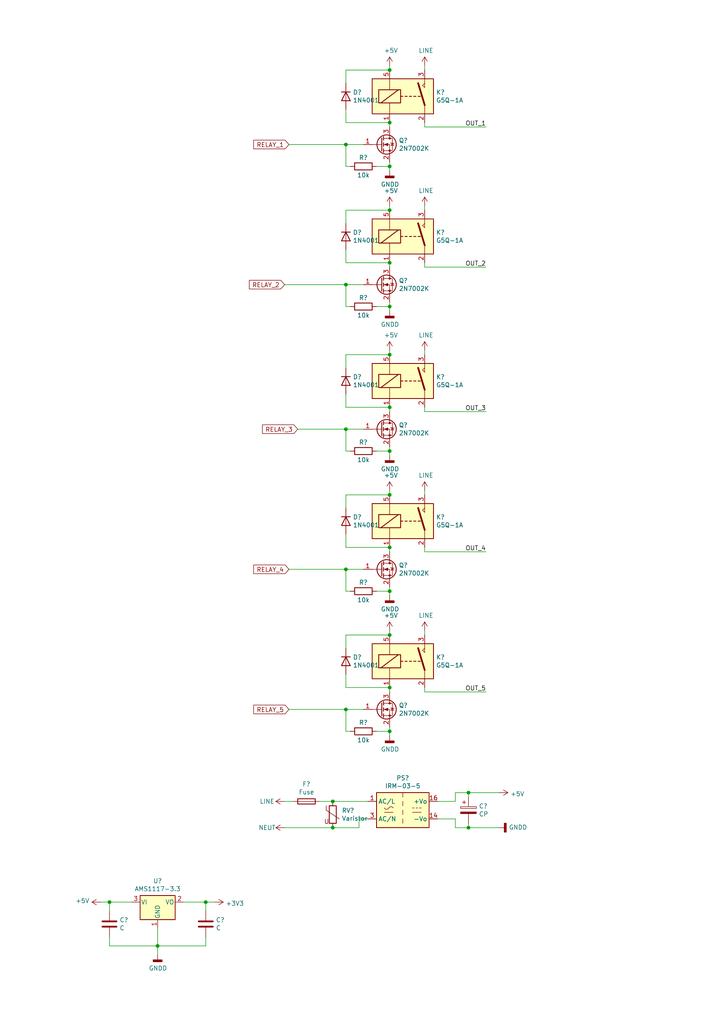
<source format=kicad_sch>
(kicad_sch (version 20211123) (generator eeschema)
  (paper "A4" portrait)
  (lib_symbols
    (symbol "Converter_ACDC:IRM-03-5"
      (property "Reference" "PS" (at 0 6.35 0))
      (property "Value" "IRM-03-5" (at 0 -6.35 0))
      (symbol "IRM-03-5_0_1"
        (rectangle (start -7.62 5.08) (end 7.62 -5.08) (stroke (width 0.254)) (fill (type background)))
        (arc (start -5.334 0.635) (mid -4.699 0.2495) (end -4.064 0.635))
        (arc (start -2.794 0.635) (mid -3.429 1.0072) (end -4.064 0.635))
        (polyline (pts (xy -5.334 -0.635) (xy -2.794 -0.635)))
        (polyline (pts (xy 0 -2.54) (xy 0 -3.81)))
        (polyline (pts (xy 0 0) (xy 0 -1.27)))
        (polyline (pts (xy 0 2.54) (xy 0 1.27)))
        (polyline (pts (xy 0 5.08) (xy 0 3.81)))
        (polyline (pts (xy 2.794 -0.635) (xy 5.334 -0.635)))
        (polyline (pts (xy 2.794 0.635) (xy 3.302 0.635)))
        (polyline (pts (xy 3.81 0.635) (xy 4.318 0.635)))
        (polyline (pts (xy 4.826 0.635) (xy 5.334 0.635)))
      )
      (symbol "IRM-03-5_1_1"
        (pin power_in line (at -10.16 2.54 0) (length 2.54) (name "AC/L") (number "1"))
        (pin power_out line (at 10.16 -2.54 180) (length 2.54) (name "-Vo") (number "14"))
        (pin power_out line (at 10.16 2.54 180) (length 2.54) (name "+Vo") (number "16"))
        (pin power_in line (at -10.16 -2.54 0) (length 2.54) (name "AC/N") (number "3"))
        (pin no_connect line (at -7.62 0 0) (length 2.54) hide (name "NC") (number "5"))
      )
    )
    (symbol "Device:C" (pin_numbers hide) (pin_names (offset 0.254))
      (property "Reference" "C" (at 0.635 2.54 0))
      (property "Value" "C" (at 0.635 -2.54 0))
      (symbol "C_0_1"
        (polyline (pts (xy -2.032 -0.762) (xy 2.032 -0.762)) (stroke (width 0.508)))
        (polyline (pts (xy -2.032 0.762) (xy 2.032 0.762)) (stroke (width 0.508)))
      )
      (symbol "C_1_1"
        (pin passive line (at 0 3.81 270) (length 2.794) (name "~") (number "1"))
        (pin passive line (at 0 -3.81 90) (length 2.794) (name "~") (number "2"))
      )
    )
    (symbol "Device:CP" (pin_numbers hide) (pin_names (offset 0.254))
      (property "Reference" "C" (at 0.635 2.54 0))
      (property "Value" "Device_CP" (at 0.635 -2.54 0))
      (symbol "CP_0_1"
        (rectangle (start -2.286 0.508) (end 2.286 1.016))
        (polyline (pts (xy -1.778 2.286) (xy -0.762 2.286)))
        (polyline (pts (xy -1.27 2.794) (xy -1.27 1.778)))
        (rectangle (start 2.286 -0.508) (end -2.286 -1.016) (fill (type outline)))
      )
      (symbol "CP_1_1"
        (pin passive line (at 0 3.81 270) (length 2.794) (name "~") (number "1"))
        (pin passive line (at 0 -3.81 90) (length 2.794) (name "~") (number "2"))
      )
    )
    (symbol "Device:Fuse" (pin_numbers hide) (pin_names (offset 0))
      (property "Reference" "F" (at 2.032 0 90))
      (property "Value" "Fuse" (at -1.905 0 90))
      (symbol "Fuse_0_1"
        (rectangle (start -0.762 -2.54) (end 0.762 2.54) (stroke (width 0.254)))
        (polyline (pts (xy 0 2.54) (xy 0 -2.54)))
      )
      (symbol "Fuse_1_1"
        (pin passive line (at 0 3.81 270) (length 1.27) (name "~") (number "1"))
        (pin passive line (at 0 -3.81 90) (length 1.27) (name "~") (number "2"))
      )
    )
    (symbol "Device:R" (pin_numbers hide) (pin_names (offset 0))
      (property "Reference" "R" (at 2.032 0 90))
      (property "Value" "R" (at 0 0 90))
      (symbol "R_0_1"
        (rectangle (start -1.016 -2.54) (end 1.016 2.54) (stroke (width 0.254)))
      )
      (symbol "R_1_1"
        (pin passive line (at 0 3.81 270) (length 1.27) (name "~") (number "1"))
        (pin passive line (at 0 -3.81 90) (length 1.27) (name "~") (number "2"))
      )
    )
    (symbol "Device:Varistor" (pin_numbers hide) (pin_names (offset 0))
      (property "Reference" "RV" (at 3.175 0 90))
      (property "Value" "Varistor" (at -3.175 0 90))
      (symbol "Varistor_0_0"
        (text "U" (at -1.778 -2.032 0) (effects (font (size 1.27 1.27))))
      )
      (symbol "Varistor_0_1"
        (rectangle (start -1.016 -2.54) (end 1.016 2.54) (stroke (width 0.254)))
        (polyline (pts (xy -1.905 2.54) (xy -1.905 1.27) (xy 1.905 -1.27)))
      )
      (symbol "Varistor_1_1"
        (pin passive line (at 0 3.81 270) (length 1.27) (name "~") (number "1"))
        (pin passive line (at 0 -3.81 90) (length 1.27) (name "~") (number "2"))
      )
    )
    (symbol "Diode:1N4001" (pin_numbers hide) (pin_names (offset 1.016) hide)
      (property "Reference" "D" (at 0 2.54 0))
      (property "Value" "1N4001" (at 0 -2.54 0))
      (symbol "1N4001_0_1"
        (polyline (pts (xy -1.27 1.27) (xy -1.27 -1.27)) (stroke (width 0.254)))
        (polyline (pts (xy 1.27 0) (xy -1.27 0)))
        (polyline (pts (xy 1.27 1.27) (xy 1.27 -1.27) (xy -1.27 0) (xy 1.27 1.27)) (stroke (width 0.254)))
      )
      (symbol "1N4001_1_1"
        (pin passive line (at -3.81 0 0) (length 2.54) (name "K") (number "1"))
        (pin passive line (at 3.81 0 180) (length 2.54) (name "A") (number "2"))
      )
    )
    (symbol "Regulator_Linear:AMS1117-3.3" (pin_names (offset 0.254))
      (property "Reference" "U" (at -3.81 3.175 0))
      (property "Value" "AMS1117-3.3" (at 0 3.175 0))
      (symbol "AMS1117-3.3_0_1"
        (rectangle (start -5.08 -5.08) (end 5.08 1.905) (stroke (width 0.254)) (fill (type background)))
      )
      (symbol "AMS1117-3.3_1_1"
        (pin power_in line (at 0 -7.62 90) (length 2.54) (name "GND") (number "1"))
        (pin power_out line (at 7.62 0 180) (length 2.54) (name "VO") (number "2"))
        (pin power_in line (at -7.62 0 0) (length 2.54) (name "VI") (number "3"))
      )
    )
    (symbol "Relay:G5Q-1A"
      (property "Reference" "K" (at 8.89 3.81 0))
      (property "Value" "G5Q-1A" (at 8.89 1.27 0))
      (symbol "G5Q-1A_0_0"
        (polyline (pts (xy 5.08 5.08) (xy 5.08 2.54) (xy 4.445 3.175) (xy 5.08 3.81)))
      )
      (symbol "G5Q-1A_0_1"
        (rectangle (start -10.16 5.08) (end 7.62 -5.08) (stroke (width 0.254)) (fill (type background)))
        (rectangle (start -8.255 1.905) (end -1.905 -1.905) (stroke (width 0.254)))
        (polyline (pts (xy -7.62 -1.905) (xy -2.54 1.905)) (stroke (width 0.254)))
        (polyline (pts (xy -5.08 -5.08) (xy -5.08 -1.905)))
        (polyline (pts (xy -5.08 5.08) (xy -5.08 1.905)))
        (polyline (pts (xy -1.905 0) (xy -1.27 0)) (stroke (width 0.254)))
        (polyline (pts (xy -0.635 0) (xy 0 0)) (stroke (width 0.254)))
        (polyline (pts (xy 0.635 0) (xy 1.27 0)) (stroke (width 0.254)))
        (polyline (pts (xy 1.905 0) (xy 2.54 0)) (stroke (width 0.254)))
        (polyline (pts (xy 3.175 0) (xy 3.81 0)) (stroke (width 0.254)))
        (polyline (pts (xy 5.08 -2.54) (xy 3.175 3.81)) (stroke (width 0.508)))
        (polyline (pts (xy 5.08 -2.54) (xy 5.08 -5.08)))
      )
      (symbol "G5Q-1A_1_1"
        (pin passive line (at -5.08 -7.62 90) (length 2.54) (name "~") (number "1"))
        (pin passive line (at 5.08 -7.62 90) (length 2.54) (name "~") (number "2"))
        (pin passive line (at 5.08 7.62 270) (length 2.54) (name "~") (number "3"))
        (pin passive line (at -5.08 7.62 270) (length 2.54) (name "~") (number "5"))
      )
    )
    (symbol "Transistor_FET:2N7002K" (pin_names hide)
      (property "Reference" "Q" (at 5.08 1.905 0))
      (property "Value" "2N7002K" (at 5.08 0 0))
      (symbol "2N7002K_0_1"
        (polyline (pts (xy 0.254 0) (xy -2.54 0)))
        (polyline (pts (xy 0.254 1.905) (xy 0.254 -1.905)) (stroke (width 0.254)))
        (polyline (pts (xy 0.762 -1.27) (xy 0.762 -2.286)) (stroke (width 0.254)))
        (polyline (pts (xy 0.762 0.508) (xy 0.762 -0.508)) (stroke (width 0.254)))
        (polyline (pts (xy 0.762 2.286) (xy 0.762 1.27)) (stroke (width 0.254)))
        (polyline (pts (xy 2.54 2.54) (xy 2.54 1.778)))
        (polyline (pts (xy 2.54 -2.54) (xy 2.54 0) (xy 0.762 0)))
        (polyline (pts (xy 0.762 -1.778) (xy 3.302 -1.778) (xy 3.302 1.778) (xy 0.762 1.778)))
        (polyline (pts (xy 1.016 0) (xy 2.032 0.381) (xy 2.032 -0.381) (xy 1.016 0)) (fill (type outline)))
        (polyline (pts (xy 2.794 0.508) (xy 2.921 0.381) (xy 3.683 0.381) (xy 3.81 0.254)))
        (polyline (pts (xy 3.302 0.381) (xy 2.921 -0.254) (xy 3.683 -0.254) (xy 3.302 0.381)))
        (circle (center 1.651 0) (radius 2.794) (stroke (width 0.254)))
        (circle (center 2.54 -1.778) (radius 0.254) (fill (type outline)))
        (circle (center 2.54 1.778) (radius 0.254) (fill (type outline)))
      )
      (symbol "2N7002K_1_1"
        (pin input line (at -5.08 0 0) (length 2.54) (name "G") (number "1"))
        (pin passive line (at 2.54 -5.08 90) (length 2.54) (name "S") (number "2"))
        (pin passive line (at 2.54 5.08 270) (length 2.54) (name "D") (number "3"))
      )
    )
    (symbol "power:+3.3V" (power) (pin_names (offset 0))
      (property "Value" "+3.3V" (at 0 3.556 0))
      (symbol "+3.3V_0_1"
        (polyline (pts (xy -0.762 1.27) (xy 0 2.54)))
        (polyline (pts (xy 0 0) (xy 0 2.54)))
        (polyline (pts (xy 0 2.54) (xy 0.762 1.27)))
      )
      (symbol "+3.3V_1_1"
        (pin power_in line (at 0 0 90) (length 0) hide (name "+3V3") (number "1"))
      )
    )
    (symbol "power:+5V" (power) (pin_names (offset 0))
      (property "Value" "+5V" (at 0 3.556 0))
      (symbol "+5V_0_1"
        (polyline (pts (xy -0.762 1.27) (xy 0 2.54)))
        (polyline (pts (xy 0 0) (xy 0 2.54)))
        (polyline (pts (xy 0 2.54) (xy 0.762 1.27)))
      )
      (symbol "+5V_1_1"
        (pin power_in line (at 0 0 90) (length 0) hide (name "+5V") (number "1"))
      )
    )
    (symbol "power:GNDD" (power) (pin_names (offset 0))
      (property "Value" "GNDD" (at 0 -3.175 0))
      (symbol "GNDD_0_1"
        (rectangle (start -1.27 -1.524) (end 1.27 -2.032) (stroke (width 0.254)) (fill (type outline)))
        (polyline (pts (xy 0 0) (xy 0 -1.524)))
      )
      (symbol "GNDD_1_1"
        (pin power_in line (at 0 0 270) (length 0) hide (name "GNDD") (number "1"))
      )
    )
    (symbol "power:LINE" (power) (pin_names (offset 0))
      (property "Value" "LINE" (at 0 3.81 0))
      (symbol "LINE_0_1"
        (polyline (pts (xy -0.762 1.27) (xy 0 2.54)))
        (polyline (pts (xy 0 0) (xy 0 2.54)))
        (polyline (pts (xy 0 2.54) (xy 0.762 1.27)))
      )
      (symbol "LINE_1_1"
        (pin power_in line (at 0 0 90) (length 0) hide (name "LINE") (number "1"))
      )
    )
    (symbol "power:NEUT" (power) (pin_names (offset 0))
      (property "Value" "NEUT" (at 0 3.81 0))
      (symbol "NEUT_0_1"
        (polyline (pts (xy -0.762 1.27) (xy 0 2.54)))
        (polyline (pts (xy 0 0) (xy 0 2.54)))
        (polyline (pts (xy 0 2.54) (xy 0.762 1.27)))
      )
      (symbol "NEUT_1_1"
        (pin power_in line (at 0 0 90) (length 0) hide (name "NEUT") (number "1"))
      )
    )
  )
  (junction (at 113.03 48.26))
  (junction (at 100.33 205.74))
  (junction (at 45.72 274.32))
  (junction (at 113.03 199.39))
  (junction (at 113.03 143.51))
  (junction (at 113.03 118.11))
  (junction (at 113.03 35.56))
  (junction (at 100.33 41.91))
  (junction (at 135.89 229.87))
  (junction (at 113.03 158.75))
  (junction (at 59.69 261.62))
  (junction (at 113.03 184.15))
  (junction (at 113.03 88.9))
  (junction (at 113.03 130.81))
  (junction (at 31.75 261.62))
  (junction (at 113.03 60.96))
  (junction (at 96.52 240.03))
  (junction (at 100.33 124.46))
  (junction (at 96.52 232.41))
  (junction (at 113.03 171.45))
  (junction (at 113.03 76.2))
  (junction (at 113.03 212.09))
  (junction (at 113.03 102.87))
  (junction (at 113.03 20.32))
  (junction (at 100.33 165.1))
  (junction (at 135.89 240.03))
  (junction (at 100.33 82.55))
  (wire (pts (xy 101.6 171.45) (xy 100.33 171.45)))
  (wire (pts (xy 123.19 160.02) (xy 140.97 160.02)))
  (wire (pts (xy 113.03 59.69) (xy 113.03 60.96)))
  (wire (pts (xy 53.34 261.62) (xy 59.69 261.62)))
  (wire (pts (xy 100.33 41.91) (xy 83.82 41.91)))
  (wire (pts (xy 31.75 264.16) (xy 31.75 261.62)))
  (wire (pts (xy 132.08 240.03) (xy 135.89 240.03)))
  (wire (pts (xy 135.89 229.87) (xy 144.78 229.87)))
  (wire (pts (xy 82.55 232.41) (xy 85.09 232.41)))
  (wire (pts (xy 92.71 232.41) (xy 96.52 232.41)))
  (wire (pts (xy 100.33 60.96) (xy 113.03 60.96)))
  (wire (pts (xy 109.22 48.26) (xy 113.03 48.26)))
  (wire (pts (xy 109.22 212.09) (xy 113.03 212.09)))
  (wire (pts (xy 100.33 118.11) (xy 113.03 118.11)))
  (wire (pts (xy 100.33 82.55) (xy 82.55 82.55)))
  (wire (pts (xy 100.33 154.94) (xy 100.33 158.75)))
  (wire (pts (xy 113.03 171.45) (xy 113.03 172.72)))
  (wire (pts (xy 59.69 271.78) (xy 59.69 274.32)))
  (wire (pts (xy 123.19 20.32) (xy 123.19 19.05)))
  (wire (pts (xy 109.22 171.45) (xy 113.03 171.45)))
  (wire (pts (xy 100.33 143.51) (xy 100.33 147.32)))
  (wire (pts (xy 101.6 130.81) (xy 100.33 130.81)))
  (wire (pts (xy 101.6 212.09) (xy 100.33 212.09)))
  (wire (pts (xy 100.33 102.87) (xy 113.03 102.87)))
  (wire (pts (xy 113.03 88.9) (xy 113.03 87.63)))
  (wire (pts (xy 123.19 76.2) (xy 123.19 77.47)))
  (wire (pts (xy 45.72 276.86) (xy 45.72 274.32)))
  (wire (pts (xy 100.33 171.45) (xy 100.33 165.1)))
  (wire (pts (xy 123.19 35.56) (xy 123.19 36.83)))
  (wire (pts (xy 123.19 184.15) (xy 123.19 182.88)))
  (wire (pts (xy 113.03 49.53) (xy 113.03 48.26)))
  (wire (pts (xy 31.75 274.32) (xy 31.75 271.78)))
  (wire (pts (xy 104.14 237.49) (xy 106.68 237.49)))
  (wire (pts (xy 100.33 41.91) (xy 105.41 41.91)))
  (wire (pts (xy 59.69 261.62) (xy 59.69 264.16)))
  (wire (pts (xy 123.19 200.66) (xy 140.97 200.66)))
  (wire (pts (xy 113.03 35.56) (xy 113.03 36.83)))
  (wire (pts (xy 113.03 102.87) (xy 113.03 101.6)))
  (wire (pts (xy 100.33 199.39) (xy 113.03 199.39)))
  (wire (pts (xy 100.33 76.2) (xy 113.03 76.2)))
  (wire (pts (xy 123.19 102.87) (xy 123.19 101.6)))
  (wire (pts (xy 127 232.41) (xy 132.08 232.41)))
  (wire (pts (xy 113.03 130.81) (xy 113.03 129.54)))
  (wire (pts (xy 100.33 106.68) (xy 100.33 102.87)))
  (wire (pts (xy 100.33 205.74) (xy 105.41 205.74)))
  (wire (pts (xy 135.89 240.03) (xy 135.89 238.76)))
  (wire (pts (xy 123.19 77.47) (xy 140.97 77.47)))
  (wire (pts (xy 59.69 274.32) (xy 45.72 274.32)))
  (wire (pts (xy 100.33 143.51) (xy 113.03 143.51)))
  (wire (pts (xy 109.22 130.81) (xy 113.03 130.81)))
  (wire (pts (xy 113.03 184.15) (xy 113.03 182.88)))
  (wire (pts (xy 100.33 124.46) (xy 105.41 124.46)))
  (wire (pts (xy 123.19 36.83) (xy 140.97 36.83)))
  (wire (pts (xy 100.33 205.74) (xy 83.82 205.74)))
  (wire (pts (xy 100.33 72.39) (xy 100.33 76.2)))
  (wire (pts (xy 100.33 82.55) (xy 105.41 82.55)))
  (wire (pts (xy 113.03 48.26) (xy 113.03 46.99)))
  (wire (pts (xy 132.08 232.41) (xy 132.08 229.87)))
  (wire (pts (xy 113.03 77.47) (xy 113.03 76.2)))
  (wire (pts (xy 113.03 213.36) (xy 113.03 212.09)))
  (wire (pts (xy 113.03 119.38) (xy 113.03 118.11)))
  (wire (pts (xy 113.03 19.05) (xy 113.03 20.32)))
  (wire (pts (xy 123.19 118.11) (xy 123.19 119.38)))
  (wire (pts (xy 113.03 160.02) (xy 113.03 158.75)))
  (wire (pts (xy 45.72 274.32) (xy 31.75 274.32)))
  (wire (pts (xy 132.08 229.87) (xy 135.89 229.87)))
  (wire (pts (xy 113.03 212.09) (xy 113.03 210.82)))
  (wire (pts (xy 123.19 60.96) (xy 123.19 59.69)))
  (wire (pts (xy 100.33 88.9) (xy 100.33 82.55)))
  (wire (pts (xy 113.03 143.51) (xy 113.03 142.24)))
  (wire (pts (xy 100.33 187.96) (xy 100.33 184.15)))
  (wire (pts (xy 100.33 165.1) (xy 83.82 165.1)))
  (wire (pts (xy 100.33 20.32) (xy 113.03 20.32)))
  (wire (pts (xy 106.68 232.41) (xy 96.52 232.41)))
  (wire (pts (xy 113.03 132.08) (xy 113.03 130.81)))
  (wire (pts (xy 135.89 229.87) (xy 135.89 231.14)))
  (wire (pts (xy 132.08 237.49) (xy 132.08 240.03)))
  (wire (pts (xy 29.21 261.62) (xy 31.75 261.62)))
  (wire (pts (xy 123.19 199.39) (xy 123.19 200.66)))
  (wire (pts (xy 100.33 195.58) (xy 100.33 199.39)))
  (wire (pts (xy 100.33 124.46) (xy 86.36 124.46)))
  (wire (pts (xy 109.22 88.9) (xy 113.03 88.9)))
  (wire (pts (xy 82.55 240.03) (xy 96.52 240.03)))
  (wire (pts (xy 100.33 212.09) (xy 100.33 205.74)))
  (wire (pts (xy 104.14 240.03) (xy 104.14 237.49)))
  (wire (pts (xy 100.33 158.75) (xy 113.03 158.75)))
  (wire (pts (xy 100.33 130.81) (xy 100.33 124.46)))
  (wire (pts (xy 113.03 90.17) (xy 113.03 88.9)))
  (wire (pts (xy 123.19 143.51) (xy 123.19 142.24)))
  (wire (pts (xy 135.89 240.03) (xy 144.78 240.03)))
  (wire (pts (xy 62.23 261.62) (xy 59.69 261.62)))
  (wire (pts (xy 101.6 48.26) (xy 100.33 48.26)))
  (wire (pts (xy 31.75 261.62) (xy 38.1 261.62)))
  (wire (pts (xy 123.19 119.38) (xy 140.97 119.38)))
  (wire (pts (xy 100.33 35.56) (xy 113.03 35.56)))
  (wire (pts (xy 45.72 269.24) (xy 45.72 274.32)))
  (wire (pts (xy 100.33 165.1) (xy 105.41 165.1)))
  (wire (pts (xy 100.33 64.77) (xy 100.33 60.96)))
  (wire (pts (xy 100.33 31.75) (xy 100.33 35.56)))
  (wire (pts (xy 113.03 170.18) (xy 113.03 171.45)))
  (wire (pts (xy 100.33 114.3) (xy 100.33 118.11)))
  (wire (pts (xy 96.52 240.03) (xy 104.14 240.03)))
  (wire (pts (xy 113.03 200.66) (xy 113.03 199.39)))
  (wire (pts (xy 100.33 184.15) (xy 113.03 184.15)))
  (wire (pts (xy 100.33 24.13) (xy 100.33 20.32)))
  (wire (pts (xy 100.33 48.26) (xy 100.33 41.91)))
  (wire (pts (xy 101.6 88.9) (xy 100.33 88.9)))
  (wire (pts (xy 123.19 158.75) (xy 123.19 160.02)))
  (wire (pts (xy 127 237.49) (xy 132.08 237.49)))
  (label "OUT_5" (at 140.97 200.66 180))
  (label "OUT_3" (at 140.97 119.38 180))
  (label "OUT_4" (at 140.97 160.02 180))
  (label "OUT_2" (at 140.97 77.47 180))
  (label "OUT_1" (at 140.97 36.83 180))
  (global_label "RELAY_2" (shape input) (at 82.55 82.55 180) (property "Intersheet References" "${INTERSHEET_REFS}" (effects hide)))
  (global_label "RELAY_4" (shape input) (at 83.82 165.1 180) (property "Intersheet References" "${INTERSHEET_REFS}" (effects hide)))
  (global_label "RELAY_3" (shape input) (at 86.36 124.46 180) (property "Intersheet References" "${INTERSHEET_REFS}" (effects hide)))
  (global_label "RELAY_5" (shape input) (at 83.82 205.74 180) (property "Intersheet References" "${INTERSHEET_REFS}" (effects hide)))
  (global_label "RELAY_1" (shape input) (at 83.82 41.91 180) (property "Intersheet References" "${INTERSHEET_REFS}" (effects hide)))
  (symbol (lib_id "Relay:G5Q-1A") (at 118.11 110.49 0) (unit 1)
    (property "Reference" "K?" (at 126.492 109.3216 0) (effects (justify left)))
    (property "Value" "G5Q-1A" (at 126.492 111.633 0) (effects (justify left)))
    (property "Footprint" "Relay_THT:Relay_SPST_Omron-G5Q-1A" (effects hide))
    (property "Datasheet" "https://www.omron.com/ecb/products/pdf/en-g5q.pdf" (effects hide))
  )
  (symbol (lib_id "Relay:G5Q-1A") (at 118.11 151.13 0) (unit 1)
    (property "Reference" "K?" (at 126.492 149.9616 0) (effects (justify left)))
    (property "Value" "G5Q-1A" (at 126.492 152.273 0) (effects (justify left)))
    (property "Footprint" "Relay_THT:Relay_SPST_Omron-G5Q-1A" (effects hide))
    (property "Datasheet" "https://www.omron.com/ecb/products/pdf/en-g5q.pdf" (effects hide))
  )
  (symbol (lib_id "Relay:G5Q-1A") (at 118.11 191.77 0) (unit 1)
    (property "Reference" "K?" (at 126.492 190.6016 0) (effects (justify left)))
    (property "Value" "G5Q-1A" (at 126.492 192.913 0) (effects (justify left)))
    (property "Footprint" "Relay_THT:Relay_SPST_Omron-G5Q-1A" (effects hide))
    (property "Datasheet" "https://www.omron.com/ecb/products/pdf/en-g5q.pdf" (effects hide))
  )
  (symbol (lib_id "Relay:G5Q-1A") (at 118.11 27.94 0) (unit 1)
    (property "Reference" "K?" (at 126.492 26.7716 0) (effects (justify left)))
    (property "Value" "G5Q-1A" (at 126.492 29.083 0) (effects (justify left)))
    (property "Footprint" "Relay_THT:Relay_SPST_Omron-G5Q-1A" (effects hide))
    (property "Datasheet" "https://www.omron.com/ecb/products/pdf/en-g5q.pdf" (effects hide))
  )
  (symbol (lib_id "Relay:G5Q-1A") (at 118.11 68.58 0) (unit 1)
    (property "Reference" "K?" (at 126.492 67.4116 0) (effects (justify left)))
    (property "Value" "G5Q-1A" (at 126.492 69.723 0) (effects (justify left)))
    (property "Footprint" "Relay_THT:Relay_SPST_Omron-G5Q-1A" (effects hide))
    (property "Datasheet" "https://www.omron.com/ecb/products/pdf/en-g5q.pdf" (effects hide))
  )
  (symbol (lib_id "Transistor_FET:2N7002K") (at 110.49 124.46 0) (unit 1)
    (property "Reference" "Q?" (at 115.6716 123.2916 0) (effects (justify left)))
    (property "Value" "2N7002K" (at 115.6716 125.603 0) (effects (justify left)))
    (property "Footprint" "Package_TO_SOT_SMD:SOT-23" (effects hide))
    (property "Datasheet" "https://www.diodes.com/assets/Datasheets/ds30896.pdf" (effects hide))
  )
  (symbol (lib_id "Transistor_FET:2N7002K") (at 110.49 165.1 0) (unit 1)
    (property "Reference" "Q?" (at 115.6716 163.9316 0) (effects (justify left)))
    (property "Value" "2N7002K" (at 115.6716 166.243 0) (effects (justify left)))
    (property "Footprint" "Package_TO_SOT_SMD:SOT-23" (effects hide))
    (property "Datasheet" "https://www.diodes.com/assets/Datasheets/ds30896.pdf" (effects hide))
  )
  (symbol (lib_id "Transistor_FET:2N7002K") (at 110.49 205.74 0) (unit 1)
    (property "Reference" "Q?" (at 115.6716 204.5716 0) (effects (justify left)))
    (property "Value" "2N7002K" (at 115.6716 206.883 0) (effects (justify left)))
    (property "Footprint" "Package_TO_SOT_SMD:SOT-23" (effects hide))
    (property "Datasheet" "https://www.diodes.com/assets/Datasheets/ds30896.pdf" (effects hide))
  )
  (symbol (lib_id "Transistor_FET:2N7002K") (at 110.49 41.91 0) (unit 1)
    (property "Reference" "Q?" (at 115.6716 40.7416 0) (effects (justify left)))
    (property "Value" "2N7002K" (at 115.6716 43.053 0) (effects (justify left)))
    (property "Footprint" "Package_TO_SOT_SMD:SOT-23" (effects hide))
    (property "Datasheet" "https://www.diodes.com/assets/Datasheets/ds30896.pdf" (effects hide))
  )
  (symbol (lib_id "Transistor_FET:2N7002K") (at 110.49 82.55 0) (unit 1)
    (property "Reference" "Q?" (at 115.6716 81.3816 0) (effects (justify left)))
    (property "Value" "2N7002K" (at 115.6716 83.693 0) (effects (justify left)))
    (property "Footprint" "Package_TO_SOT_SMD:SOT-23" (effects hide))
    (property "Datasheet" "https://www.diodes.com/assets/Datasheets/ds30896.pdf" (effects hide))
  )
  (symbol (lib_id "Device:R") (at 105.41 48.26 270) (unit 1)
    (property "Reference" "R?" (at 105.41 45.72 90))
    (property "Value" "10k" (at 105.41 50.8 90))
    (property "Footprint" "Resistor_SMD:R_0603_1608Metric" (effects hide))
  )
  (symbol (lib_id "power:GNDD") (at 113.03 90.17 0) (unit 1)
    (property "Reference" "#PWR?" (effects hide))
    (property "Value" "GNDD" (at 113.1316 94.107 0))
  )
  (symbol (lib_id "power:GNDD") (at 113.03 49.53 0) (unit 1)
    (property "Reference" "#PWR?" (effects hide))
    (property "Value" "GNDD" (at 113.1316 53.467 0))
  )
  (symbol (lib_id "power:GNDD") (at 113.03 213.36 0) (unit 1)
    (property "Reference" "#PWR?" (effects hide))
    (property "Value" "GNDD" (at 113.1316 217.297 0))
  )
  (symbol (lib_id "power:GNDD") (at 113.03 172.72 0) (unit 1)
    (property "Reference" "#PWR?" (effects hide))
    (property "Value" "GNDD" (at 113.1316 176.657 0))
  )
  (symbol (lib_id "power:GNDD") (at 113.03 132.08 0) (unit 1)
    (property "Reference" "#PWR?" (effects hide))
    (property "Value" "GNDD" (at 113.1316 136.017 0))
  )
  (symbol (lib_id "power:+5V") (at 113.03 101.6 0) (unit 1)
    (property "Reference" "#PWR?" (effects hide))
    (property "Value" "+5V" (at 113.411 97.2058 0))
  )
  (symbol (lib_id "power:+5V") (at 113.03 142.24 0) (unit 1)
    (property "Reference" "#PWR?" (effects hide))
    (property "Value" "+5V" (at 113.411 137.8458 0))
  )
  (symbol (lib_id "power:+5V") (at 113.03 182.88 0) (unit 1)
    (property "Reference" "#PWR?" (effects hide))
    (property "Value" "+5V" (at 113.411 178.4858 0))
  )
  (symbol (lib_id "power:+5V") (at 113.03 59.69 0) (unit 1)
    (property "Reference" "#PWR?" (effects hide))
    (property "Value" "+5V" (at 113.411 55.2958 0))
  )
  (symbol (lib_id "power:+5V") (at 113.03 19.05 0) (unit 1)
    (property "Reference" "#PWR?" (effects hide))
    (property "Value" "+5V" (at 113.411 14.6558 0))
  )
  (symbol (lib_id "power:LINE") (at 123.19 19.05 0) (unit 1)
    (property "Reference" "#PWR?" (effects hide))
    (property "Value" "LINE" (at 123.571 14.6558 0))
  )
  (symbol (lib_id "power:LINE") (at 123.19 101.6 0) (unit 1)
    (property "Reference" "#PWR?" (effects hide))
    (property "Value" "LINE" (at 123.571 97.2058 0))
  )
  (symbol (lib_id "power:LINE") (at 123.19 59.69 0) (unit 1)
    (property "Reference" "#PWR?" (effects hide))
    (property "Value" "LINE" (at 123.571 55.2958 0))
  )
  (symbol (lib_id "power:LINE") (at 123.19 142.24 0) (unit 1)
    (property "Reference" "#PWR?" (effects hide))
    (property "Value" "LINE" (at 123.571 137.8458 0))
  )
  (symbol (lib_id "power:LINE") (at 123.19 182.88 0) (unit 1)
    (property "Reference" "#PWR?" (effects hide))
    (property "Value" "LINE" (at 123.571 178.4858 0))
  )
  (symbol (lib_id "Converter_ACDC:IRM-03-5") (at 116.84 234.95 0) (unit 1)
    (property "Reference" "PS?" (at 116.84 225.6282 0))
    (property "Value" "IRM-03-5" (at 116.84 227.9396 0))
    (property "Footprint" "Converter_ACDC:Converter_ACDC_MeanWell_IRM-03-xx_THT" (effects hide))
    (property "Datasheet" "https://www.meanwell.com/Upload/PDF/IRM-03/IRM-03-SPEC.PDF" (effects hide))
  )
  (symbol (lib_id "Device:CP") (at 135.89 234.95 0) (unit 1)
    (property "Reference" "C?" (at 138.8872 233.7816 0) (effects (justify left)))
    (property "Value" "CP" (at 138.8872 236.093 0) (effects (justify left)))
  )
  (symbol (lib_id "power:GNDD") (at 144.78 240.03 90) (unit 1)
    (property "Reference" "#PWR?" (effects hide))
    (property "Value" "GNDD" (at 147.574 239.9284 90) (effects (justify right)))
  )
  (symbol (lib_id "power:+5V") (at 144.78 229.87 270) (unit 1)
    (property "Reference" "#PWR?" (effects hide))
    (property "Value" "+5V" (at 148.0312 230.251 90) (effects (justify left)))
  )
  (symbol (lib_id "power:LINE") (at 82.55 232.41 90) (unit 1)
    (property "Reference" "#PWR?" (effects hide))
    (property "Value" "LINE" (at 77.47 232.41 90))
  )
  (symbol (lib_id "power:NEUT") (at 82.55 240.03 90) (unit 1)
    (property "Reference" "#PWR?" (effects hide))
    (property "Value" "NEUT" (at 77.47 240.03 90))
  )
  (symbol (lib_id "Device:R") (at 105.41 88.9 270) (unit 1)
    (property "Reference" "R?" (at 105.41 86.36 90))
    (property "Value" "10k" (at 105.41 91.44 90))
    (property "Footprint" "Resistor_SMD:R_0603_1608Metric" (effects hide))
  )
  (symbol (lib_id "Device:R") (at 105.41 130.81 270) (unit 1)
    (property "Reference" "R?" (at 105.41 128.27 90))
    (property "Value" "10k" (at 105.41 133.35 90))
    (property "Footprint" "Resistor_SMD:R_0603_1608Metric" (effects hide))
  )
  (symbol (lib_id "Device:R") (at 105.41 171.45 270) (unit 1)
    (property "Reference" "R?" (at 105.41 168.91 90))
    (property "Value" "10k" (at 105.41 173.99 90))
    (property "Footprint" "Resistor_SMD:R_0603_1608Metric" (effects hide))
  )
  (symbol (lib_id "Device:R") (at 105.41 212.09 270) (unit 1)
    (property "Reference" "R?" (at 105.41 209.55 90))
    (property "Value" "10k" (at 105.41 214.63 90))
    (property "Footprint" "Resistor_SMD:R_0603_1608Metric" (effects hide))
  )
  (symbol (lib_id "Regulator_Linear:AMS1117-3.3") (at 45.72 261.62 0) (unit 1)
    (property "Reference" "U?" (at 45.72 255.4732 0))
    (property "Value" "AMS1117-3.3" (at 45.72 257.7846 0))
    (property "Footprint" "Package_TO_SOT_SMD:SOT-223-3_TabPin2" (effects hide))
    (property "Datasheet" "http://www.advanced-monolithic.com/pdf/ds1117.pdf" (effects hide))
  )
  (symbol (lib_id "Device:C") (at 31.75 267.97 0) (unit 1)
    (property "Reference" "C?" (at 34.671 266.8016 0) (effects (justify left)))
    (property "Value" "C" (at 34.671 269.113 0) (effects (justify left)))
  )
  (symbol (lib_id "Device:C") (at 59.69 267.97 0) (unit 1)
    (property "Reference" "C?" (at 62.611 266.8016 0) (effects (justify left)))
    (property "Value" "C" (at 62.611 269.113 0) (effects (justify left)))
  )
  (symbol (lib_id "power:+5V") (at 29.21 261.62 90) (unit 1)
    (property "Reference" "#PWR?" (effects hide))
    (property "Value" "+5V" (at 25.9588 261.239 90) (effects (justify left)))
  )
  (symbol (lib_id "power:+3.3V") (at 62.23 261.62 270) (unit 1)
    (property "Reference" "#PWR?" (effects hide))
    (property "Value" "+3.3V" (at 65.4812 262.001 90) (effects (justify left)))
  )
  (symbol (lib_id "power:GNDD") (at 45.72 276.86 0) (unit 1)
    (property "Reference" "#PWR?" (effects hide))
    (property "Value" "GNDD" (at 45.8216 280.797 0))
  )
  (symbol (lib_id "Diode:1N4001") (at 100.33 27.94 270) (unit 1)
    (property "Reference" "D?" (at 102.362 26.7716 90) (effects (justify left)))
    (property "Value" "1N4001" (at 102.362 29.083 90) (effects (justify left)))
    (property "Footprint" "Diode_THT:D_DO-41_SOD81_P10.16mm_Horizontal" (effects hide))
    (property "Datasheet" "http://www.vishay.com/docs/88503/1n4001.pdf" (effects hide))
  )
  (symbol (lib_id "Diode:1N4001") (at 100.33 68.58 270) (unit 1)
    (property "Reference" "D?" (at 102.362 67.4116 90) (effects (justify left)))
    (property "Value" "1N4001" (at 102.362 69.723 90) (effects (justify left)))
    (property "Footprint" "Diode_THT:D_DO-41_SOD81_P10.16mm_Horizontal" (effects hide))
    (property "Datasheet" "http://www.vishay.com/docs/88503/1n4001.pdf" (effects hide))
  )
  (symbol (lib_id "Diode:1N4001") (at 100.33 191.77 270) (unit 1)
    (property "Reference" "D?" (at 102.362 190.6016 90) (effects (justify left)))
    (property "Value" "1N4001" (at 102.362 192.913 90) (effects (justify left)))
    (property "Footprint" "Diode_THT:D_DO-41_SOD81_P10.16mm_Horizontal" (effects hide))
    (property "Datasheet" "http://www.vishay.com/docs/88503/1n4001.pdf" (effects hide))
  )
  (symbol (lib_id "Diode:1N4001") (at 100.33 151.13 270) (unit 1)
    (property "Reference" "D?" (at 102.362 149.9616 90) (effects (justify left)))
    (property "Value" "1N4001" (at 102.362 152.273 90) (effects (justify left)))
    (property "Footprint" "Diode_THT:D_DO-41_SOD81_P10.16mm_Horizontal" (effects hide))
    (property "Datasheet" "http://www.vishay.com/docs/88503/1n4001.pdf" (effects hide))
  )
  (symbol (lib_id "Diode:1N4001") (at 100.33 110.49 270) (unit 1)
    (property "Reference" "D?" (at 102.362 109.3216 90) (effects (justify left)))
    (property "Value" "1N4001" (at 102.362 111.633 90) (effects (justify left)))
    (property "Footprint" "Diode_THT:D_DO-41_SOD81_P10.16mm_Horizontal" (effects hide))
    (property "Datasheet" "http://www.vishay.com/docs/88503/1n4001.pdf" (effects hide))
  )
  (symbol (lib_id "Device:Fuse") (at 88.9 232.41 270) (unit 1)
    (property "Reference" "F?" (at 88.9 227.4062 90))
    (property "Value" "Fuse" (at 88.9 229.7176 90))
  )
  (symbol (lib_id "Device:Varistor") (at 96.52 236.22 0) (unit 1)
    (property "Reference" "RV?" (at 99.1362 235.0516 0) (effects (justify left)))
    (property "Value" "Varistor" (at 99.1362 237.363 0) (effects (justify left)))
  )
)
</source>
